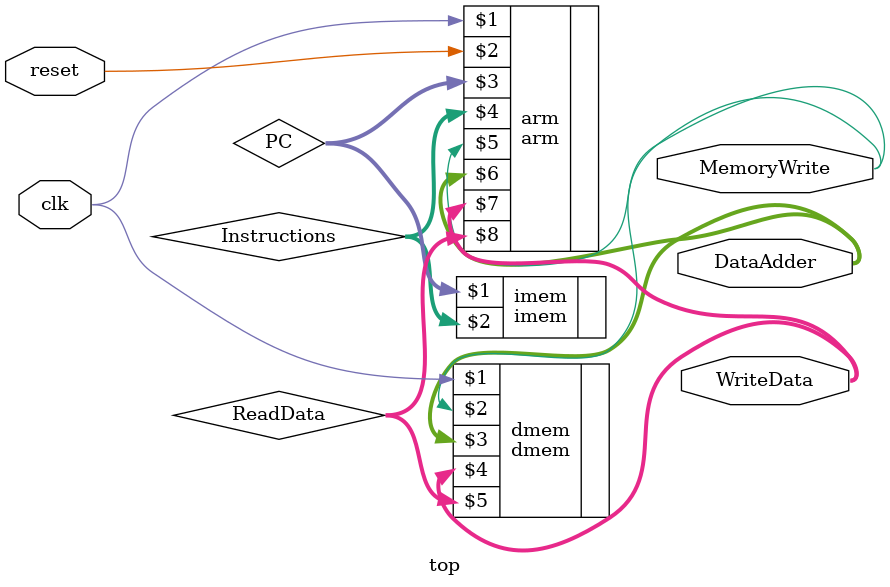
<source format=sv>
module top(input logic clk, reset,
			  output logic [31:0] WriteData, DataAdder,
			  output logic MemoryWrite);

	logic [31:0] PC, Instructions, ReadData;

	// instantiate processor and memories
	arm arm(clk, reset, PC, Instructions, MemoryWrite, DataAdder,
		WriteData, ReadData);
	imem imem(PC, Instructions);
	dmem dmem(clk, MemoryWrite, DataAdder, WriteData, ReadData);
endmodule
</source>
